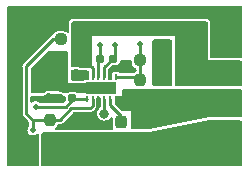
<source format=gbr>
%TF.GenerationSoftware,KiCad,Pcbnew,7.0.1-3b83917a11~172~ubuntu22.04.1*%
%TF.CreationDate,2023-05-08T21:49:57+01:00*%
%TF.ProjectId,lm27762,6c6d3237-3736-4322-9e6b-696361645f70,rev?*%
%TF.SameCoordinates,Original*%
%TF.FileFunction,Copper,L1,Top*%
%TF.FilePolarity,Positive*%
%FSLAX46Y46*%
G04 Gerber Fmt 4.6, Leading zero omitted, Abs format (unit mm)*
G04 Created by KiCad (PCBNEW 7.0.1-3b83917a11~172~ubuntu22.04.1) date 2023-05-08 21:49:57*
%MOMM*%
%LPD*%
G01*
G04 APERTURE LIST*
G04 Aperture macros list*
%AMRoundRect*
0 Rectangle with rounded corners*
0 $1 Rounding radius*
0 $2 $3 $4 $5 $6 $7 $8 $9 X,Y pos of 4 corners*
0 Add a 4 corners polygon primitive as box body*
4,1,4,$2,$3,$4,$5,$6,$7,$8,$9,$2,$3,0*
0 Add four circle primitives for the rounded corners*
1,1,$1+$1,$2,$3*
1,1,$1+$1,$4,$5*
1,1,$1+$1,$6,$7*
1,1,$1+$1,$8,$9*
0 Add four rect primitives between the rounded corners*
20,1,$1+$1,$2,$3,$4,$5,0*
20,1,$1+$1,$4,$5,$6,$7,0*
20,1,$1+$1,$6,$7,$8,$9,0*
20,1,$1+$1,$8,$9,$2,$3,0*%
G04 Aperture macros list end*
%TA.AperFunction,SMDPad,CuDef*%
%ADD10RoundRect,0.237500X-0.300000X-0.237500X0.300000X-0.237500X0.300000X0.237500X-0.300000X0.237500X0*%
%TD*%
%TA.AperFunction,SMDPad,CuDef*%
%ADD11R,0.250000X0.500000*%
%TD*%
%TA.AperFunction,ComponentPad*%
%ADD12C,0.600000*%
%TD*%
%TA.AperFunction,SMDPad,CuDef*%
%ADD13R,2.650000X1.000000*%
%TD*%
%TA.AperFunction,SMDPad,CuDef*%
%ADD14RoundRect,0.237500X0.237500X-0.250000X0.237500X0.250000X-0.237500X0.250000X-0.237500X-0.250000X0*%
%TD*%
%TA.AperFunction,SMDPad,CuDef*%
%ADD15C,0.500000*%
%TD*%
%TA.AperFunction,SMDPad,CuDef*%
%ADD16RoundRect,0.237500X-0.250000X-0.237500X0.250000X-0.237500X0.250000X0.237500X-0.250000X0.237500X0*%
%TD*%
%TA.AperFunction,SMDPad,CuDef*%
%ADD17RoundRect,0.237500X-0.237500X0.300000X-0.237500X-0.300000X0.237500X-0.300000X0.237500X0.300000X0*%
%TD*%
%TA.AperFunction,ComponentPad*%
%ADD18R,1.700000X1.700000*%
%TD*%
%TA.AperFunction,ComponentPad*%
%ADD19O,1.700000X1.700000*%
%TD*%
%TA.AperFunction,SMDPad,CuDef*%
%ADD20RoundRect,0.155000X0.155000X-0.212500X0.155000X0.212500X-0.155000X0.212500X-0.155000X-0.212500X0*%
%TD*%
%TA.AperFunction,SMDPad,CuDef*%
%ADD21RoundRect,0.160000X0.197500X0.160000X-0.197500X0.160000X-0.197500X-0.160000X0.197500X-0.160000X0*%
%TD*%
%TA.AperFunction,SMDPad,CuDef*%
%ADD22RoundRect,0.237500X0.237500X-0.300000X0.237500X0.300000X-0.237500X0.300000X-0.237500X-0.300000X0*%
%TD*%
%TA.AperFunction,SMDPad,CuDef*%
%ADD23RoundRect,0.155000X-0.212500X-0.155000X0.212500X-0.155000X0.212500X0.155000X-0.212500X0.155000X0*%
%TD*%
%TA.AperFunction,ViaPad*%
%ADD24C,0.800000*%
%TD*%
%TA.AperFunction,Conductor*%
%ADD25C,0.250000*%
%TD*%
%TA.AperFunction,Conductor*%
%ADD26C,0.700000*%
%TD*%
G04 APERTURE END LIST*
D10*
%TO.P,CO1,1*%
%TO.N,GND*%
X112829000Y-61087000D03*
%TO.P,CO1,2*%
%TO.N,/VOUT+*%
X114554000Y-61087000D03*
%TD*%
D11*
%TO.P,U1,1,PGOOD*%
%TO.N,Net-(U1-PGOOD)*%
X114959000Y-64516000D03*
%TO.P,U1,2,FB+*%
%TO.N,/fb+*%
X115459000Y-64516000D03*
%TO.P,U1,3,VIN*%
%TO.N,/VIN*%
X115959000Y-64516000D03*
%TO.P,U1,4,GND*%
%TO.N,GND*%
X116459000Y-64516000D03*
%TO.P,U1,5,CP*%
%TO.N,Net-(U1-CP)*%
X116959000Y-64516000D03*
%TO.P,U1,6,OUT-*%
%TO.N,/VOUT-*%
X117459000Y-64516000D03*
%TO.P,U1,7,FB-*%
%TO.N,/fb-*%
X117459000Y-62616000D03*
%TO.P,U1,8,EN-*%
%TO.N,/VIN*%
X116959000Y-62616000D03*
%TO.P,U1,9,C1-*%
%TO.N,Net-(U1-C1-)*%
X116459000Y-62616000D03*
%TO.P,U1,10,C1+*%
%TO.N,Net-(U1-C1+)*%
X115959000Y-62616000D03*
%TO.P,U1,11,OUT+*%
%TO.N,/VOUT+*%
X115459000Y-62616000D03*
%TO.P,U1,12,EN+*%
%TO.N,/VIN*%
X114959000Y-62616000D03*
D12*
%TO.P,U1,13,TP*%
%TO.N,GND*%
X115209000Y-63566000D03*
X116209000Y-63566000D03*
D13*
X116209000Y-63566000D03*
D12*
X117209000Y-63566000D03*
%TD*%
D14*
%TO.P,R3,1*%
%TO.N,/VOUT-*%
X119507000Y-64666500D03*
%TO.P,R3,2*%
%TO.N,/fb-*%
X119507000Y-62841500D03*
%TD*%
D15*
%TO.P,TP2,1,1*%
%TO.N,Net-(U1-C1-)*%
X117348000Y-59944000D03*
%TD*%
%TO.P,TP4,1,1*%
%TO.N,Net-(U1-PGOOD)*%
X110642400Y-65125600D03*
%TD*%
D16*
%TO.P,R4,1*%
%TO.N,/fb-*%
X119483500Y-61214000D03*
%TO.P,R4,2*%
%TO.N,GND*%
X121308500Y-61214000D03*
%TD*%
D17*
%TO.P,C1,1*%
%TO.N,/VIN*%
X115062000Y-66447500D03*
%TO.P,C1,2*%
%TO.N,GND*%
X115062000Y-68172500D03*
%TD*%
%TO.P,CO2,1*%
%TO.N,/VOUT-*%
X119507000Y-66347000D03*
%TO.P,CO2,2*%
%TO.N,GND*%
X119507000Y-68072000D03*
%TD*%
D16*
%TO.P,R1,1*%
%TO.N,/fb+*%
X112752500Y-59436000D03*
%TO.P,R1,2*%
%TO.N,/VOUT+*%
X114577500Y-59436000D03*
%TD*%
D18*
%TO.P,J1,1,Pin_1*%
%TO.N,GND*%
X126619000Y-67310000D03*
D19*
%TO.P,J1,2,Pin_2*%
%TO.N,/VOUT-*%
X126619000Y-64770000D03*
%TO.P,J1,3,Pin_3*%
%TO.N,/VOUT+*%
X126619000Y-62230000D03*
%TO.P,J1,4,Pin_4*%
%TO.N,/VIN*%
X126619000Y-59690000D03*
%TD*%
D20*
%TO.P,C2,1*%
%TO.N,GND*%
X116459000Y-67810000D03*
%TO.P,C2,2*%
%TO.N,/VIN*%
X116459000Y-66675000D03*
%TD*%
D15*
%TO.P,TP6,1,1*%
%TO.N,/fb+*%
X110388400Y-67106800D03*
%TD*%
D21*
%TO.P,RP1,2*%
%TO.N,/VIN*%
X112559500Y-64389000D03*
%TO.P,RP1,1*%
%TO.N,Net-(U1-PGOOD)*%
X113754500Y-64389000D03*
%TD*%
D15*
%TO.P,TP7,1,1*%
%TO.N,/fb-*%
X119507000Y-59817000D03*
%TD*%
D22*
%TO.P,CP1,1*%
%TO.N,GND*%
X117856000Y-68146000D03*
%TO.P,CP1,2*%
%TO.N,Net-(U1-CP)*%
X117856000Y-66421000D03*
%TD*%
D14*
%TO.P,R2,1*%
%TO.N,GND*%
X111835250Y-68095500D03*
%TO.P,R2,2*%
%TO.N,/fb+*%
X111835250Y-66270500D03*
%TD*%
D15*
%TO.P,TP3,1,1*%
%TO.N,Net-(U1-C1+)*%
X116078000Y-59944000D03*
%TD*%
D23*
%TO.P,CF1,1*%
%TO.N,Net-(U1-C1+)*%
X116086000Y-61087000D03*
%TO.P,CF1,2*%
%TO.N,Net-(U1-C1-)*%
X117221000Y-61087000D03*
%TD*%
D24*
%TO.N,GND*%
X121335800Y-59969400D03*
X116459000Y-65708000D03*
X121285000Y-62484000D03*
%TO.N,/VIN*%
X111760000Y-64389000D03*
X118237000Y-61722000D03*
X114046000Y-62357000D03*
X113919000Y-66421000D03*
%TD*%
D25*
%TO.N,/fb+*%
X110438250Y-66294000D02*
X110388400Y-66343850D01*
X110388400Y-66343850D02*
X110388400Y-67106800D01*
%TO.N,Net-(U1-PGOOD)*%
X110654000Y-65114000D02*
X113175250Y-65114000D01*
X113175250Y-65114000D02*
X113773250Y-64516000D01*
X113773250Y-64516000D02*
X114959000Y-64516000D01*
%TO.N,/fb+*%
X110438250Y-66294000D02*
X109855000Y-65710750D01*
X109855000Y-61722000D02*
X112141000Y-59436000D01*
X109855000Y-65710750D02*
X109855000Y-61722000D01*
X112141000Y-59436000D02*
X112752500Y-59436000D01*
%TO.N,/VIN*%
X113919000Y-66421000D02*
X113945500Y-66447500D01*
X113945500Y-66447500D02*
X115062000Y-66447500D01*
%TO.N,/fb+*%
X115459000Y-64516000D02*
X115459000Y-65041000D01*
X115459000Y-65041000D02*
X115222000Y-65278000D01*
X115222000Y-65278000D02*
X113665000Y-65278000D01*
X113665000Y-65278000D02*
X112672500Y-66270500D01*
X112672500Y-66270500D02*
X111835250Y-66270500D01*
%TO.N,/VOUT+*%
X115459000Y-62616000D02*
X115459000Y-61865000D01*
X115459000Y-61865000D02*
X114681000Y-61087000D01*
X114681000Y-61087000D02*
X114554000Y-61087000D01*
%TO.N,Net-(U1-C1+)*%
X115959000Y-62616000D02*
X115959000Y-61146500D01*
X116018500Y-61087000D02*
X116078000Y-61027500D01*
X116078000Y-61027500D02*
X116078000Y-59944000D01*
X115959000Y-61146500D02*
X116018500Y-61087000D01*
%TO.N,Net-(U1-C1-)*%
X116459000Y-61781500D02*
X117153500Y-61087000D01*
X117348000Y-60892500D02*
X117348000Y-59944000D01*
X117153500Y-61087000D02*
X117348000Y-60892500D01*
X116459000Y-62616000D02*
X116459000Y-61781500D01*
%TO.N,GND*%
X116459000Y-65708000D02*
X116459000Y-64516000D01*
%TO.N,Net-(U1-CP)*%
X116959000Y-65016000D02*
X117856000Y-65913000D01*
X117856000Y-65913000D02*
X117856000Y-66421000D01*
X116959000Y-64516000D02*
X116959000Y-65016000D01*
%TO.N,/VIN*%
X115062000Y-66079695D02*
X115062000Y-66447500D01*
X116959000Y-62616000D02*
X116959000Y-62091000D01*
X117328000Y-61722000D02*
X118237000Y-61722000D01*
X114959000Y-62616000D02*
X114305000Y-62616000D01*
X114305000Y-62616000D02*
X114046000Y-62357000D01*
X115959000Y-65182695D02*
X115062000Y-66079695D01*
D26*
X112559500Y-64389000D02*
X111760000Y-64389000D01*
D25*
X115959000Y-64516000D02*
X115959000Y-65182695D01*
X116959000Y-62091000D02*
X117328000Y-61722000D01*
%TO.N,/fb-*%
X119281500Y-62616000D02*
X119507000Y-62841500D01*
D26*
X119507000Y-61190500D02*
X119483500Y-61214000D01*
D25*
X117459000Y-62616000D02*
X119281500Y-62616000D01*
X119507000Y-62841500D02*
X119507000Y-61237500D01*
X119507000Y-61190500D02*
X119507000Y-59817000D01*
%TO.N,/fb+*%
X110438250Y-66294000D02*
X111811750Y-66294000D01*
%TD*%
%TA.AperFunction,Conductor*%
%TO.N,GND*%
G36*
X128034500Y-66310613D02*
G01*
X128079887Y-66356000D01*
X128096500Y-66418000D01*
X128096500Y-70060500D01*
X128079887Y-70122500D01*
X128034500Y-70167887D01*
X127972500Y-70184500D01*
X111249000Y-70184500D01*
X111187000Y-70167887D01*
X111141613Y-70122500D01*
X111125000Y-70060500D01*
X111125000Y-67434000D01*
X111141613Y-67372000D01*
X111187000Y-67326613D01*
X111249000Y-67310000D01*
X120269000Y-67310000D01*
X125336960Y-66296408D01*
X125361278Y-66294000D01*
X127972500Y-66294000D01*
X128034500Y-66310613D01*
G37*
%TD.AperFunction*%
%TD*%
%TA.AperFunction,Conductor*%
%TO.N,GND*%
G36*
X122112000Y-59452613D02*
G01*
X122157387Y-59498000D01*
X122174000Y-59560000D01*
X122174000Y-63249000D01*
X122157387Y-63311000D01*
X122112000Y-63356387D01*
X122050000Y-63373000D01*
X120647000Y-63373000D01*
X120585000Y-63356387D01*
X120539613Y-63311000D01*
X120523000Y-63249000D01*
X120523000Y-59560000D01*
X120539613Y-59498000D01*
X120585000Y-59452613D01*
X120647000Y-59436000D01*
X122050000Y-59436000D01*
X122112000Y-59452613D01*
G37*
%TD.AperFunction*%
%TD*%
%TA.AperFunction,Conductor*%
%TO.N,/VIN*%
G36*
X128034500Y-56578113D02*
G01*
X128079887Y-56623500D01*
X128096500Y-56685500D01*
X128096500Y-60884500D01*
X128079887Y-60946500D01*
X128034500Y-60991887D01*
X127972500Y-61008500D01*
X125551500Y-61008500D01*
X125489500Y-60991887D01*
X125444113Y-60946500D01*
X125427500Y-60884500D01*
X125427500Y-58035999D01*
X125420498Y-57982813D01*
X125420498Y-57982812D01*
X125403885Y-57920812D01*
X125383355Y-57871250D01*
X125350697Y-57828690D01*
X125350695Y-57828688D01*
X125350692Y-57828684D01*
X125305315Y-57783307D01*
X125305310Y-57783303D01*
X125262750Y-57750645D01*
X125262746Y-57750643D01*
X125213192Y-57730116D01*
X125151186Y-57713501D01*
X125098001Y-57706500D01*
X125098000Y-57706500D01*
X113789000Y-57706500D01*
X113788999Y-57706500D01*
X113735813Y-57713501D01*
X113673807Y-57730116D01*
X113624253Y-57750643D01*
X113581684Y-57783307D01*
X113536307Y-57828684D01*
X113503643Y-57871253D01*
X113483116Y-57920807D01*
X113466501Y-57982813D01*
X113459500Y-58035999D01*
X113459500Y-58745779D01*
X113441106Y-58810766D01*
X113391382Y-58856473D01*
X113325079Y-58869340D01*
X113261867Y-58845550D01*
X113209476Y-58806884D01*
X113151296Y-58786526D01*
X113084849Y-58763275D01*
X113084847Y-58763274D01*
X113084845Y-58763274D01*
X113055260Y-58760500D01*
X113055256Y-58760500D01*
X112449744Y-58760500D01*
X112449740Y-58760500D01*
X112420154Y-58763274D01*
X112295521Y-58806885D01*
X112189288Y-58885288D01*
X112110885Y-58991521D01*
X112088365Y-59055881D01*
X112066803Y-59094044D01*
X112033310Y-59122321D01*
X112029488Y-59124527D01*
X112002192Y-59135832D01*
X111970378Y-59158107D01*
X111961261Y-59163915D01*
X111928545Y-59182804D01*
X111904262Y-59211743D01*
X111896956Y-59219715D01*
X109638714Y-61477958D01*
X109630741Y-61485264D01*
X109601806Y-61509544D01*
X109582914Y-61542264D01*
X109577106Y-61551380D01*
X109554831Y-61583193D01*
X109544597Y-61607899D01*
X109537852Y-61646148D01*
X109535512Y-61656704D01*
X109525735Y-61693192D01*
X109529028Y-61730820D01*
X109529500Y-61741628D01*
X109529500Y-65691122D01*
X109529028Y-65701930D01*
X109525735Y-65739557D01*
X109535512Y-65776046D01*
X109537853Y-65786602D01*
X109544599Y-65824857D01*
X109554829Y-65849553D01*
X109555446Y-65850434D01*
X109577112Y-65881377D01*
X109582915Y-65890486D01*
X109601806Y-65923205D01*
X109630742Y-65947485D01*
X109638718Y-65954794D01*
X110026581Y-66342657D01*
X110053461Y-66382885D01*
X110062900Y-66430338D01*
X110062900Y-66748265D01*
X110055082Y-66791599D01*
X110032614Y-66829466D01*
X110028937Y-66833710D01*
X110005517Y-66860738D01*
X109951702Y-66978573D01*
X109933267Y-67106799D01*
X109951702Y-67235026D01*
X110005518Y-67352864D01*
X110090350Y-67450766D01*
X110090351Y-67450767D01*
X110099118Y-67456401D01*
X110199331Y-67520805D01*
X110323627Y-67557300D01*
X110323628Y-67557300D01*
X110453172Y-67557300D01*
X110453173Y-67557300D01*
X110577468Y-67520805D01*
X110606158Y-67502366D01*
X110686449Y-67450767D01*
X110698558Y-67436791D01*
X110701787Y-67433066D01*
X110750511Y-67398717D01*
X110809635Y-67391076D01*
X110865491Y-67411909D01*
X110905170Y-67456401D01*
X110919500Y-67514268D01*
X110919500Y-70060500D01*
X110902887Y-70122500D01*
X110857500Y-70167887D01*
X110795500Y-70184500D01*
X108374500Y-70184500D01*
X108312500Y-70167887D01*
X108267113Y-70122500D01*
X108250500Y-70060500D01*
X108250500Y-56685500D01*
X108267113Y-56623500D01*
X108312500Y-56578113D01*
X108374500Y-56561500D01*
X127972500Y-56561500D01*
X128034500Y-56578113D01*
G37*
%TD.AperFunction*%
%TA.AperFunction,Conductor*%
G36*
X116071500Y-64283113D02*
G01*
X116116887Y-64328500D01*
X116133500Y-64390500D01*
X116133500Y-65139701D01*
X116120712Y-65194545D01*
X116084986Y-65238077D01*
X116030717Y-65279718D01*
X115934463Y-65405159D01*
X115873956Y-65551237D01*
X115853317Y-65708000D01*
X115873956Y-65864762D01*
X115934463Y-66010840D01*
X116030717Y-66136282D01*
X116156158Y-66232535D01*
X116156159Y-66232536D01*
X116302238Y-66293044D01*
X116459000Y-66313682D01*
X116615762Y-66293044D01*
X116761841Y-66232536D01*
X116887282Y-66136282D01*
X116958123Y-66043959D01*
X117006064Y-66006165D01*
X117066229Y-65995827D01*
X117124035Y-66015450D01*
X117165473Y-66060277D01*
X117180500Y-66119445D01*
X117180500Y-66773760D01*
X117183274Y-66803349D01*
X117230932Y-66939545D01*
X117236673Y-66997834D01*
X117215021Y-67052255D01*
X117170805Y-67090667D01*
X117113891Y-67104500D01*
X112395887Y-67104500D01*
X112336312Y-67089251D01*
X112291390Y-67047255D01*
X112272168Y-66988841D01*
X112283375Y-66928376D01*
X112322253Y-66880730D01*
X112385962Y-66833710D01*
X112464365Y-66727477D01*
X112480454Y-66681500D01*
X112481312Y-66679045D01*
X112507455Y-66635659D01*
X112548767Y-66606346D01*
X112598354Y-66596000D01*
X112652873Y-66596000D01*
X112663680Y-66596471D01*
X112701307Y-66599764D01*
X112737824Y-66589978D01*
X112748330Y-66587649D01*
X112785545Y-66581088D01*
X112785547Y-66581086D01*
X112786612Y-66580899D01*
X112811299Y-66570673D01*
X112812182Y-66570054D01*
X112812184Y-66570054D01*
X112843125Y-66548387D01*
X112852222Y-66542591D01*
X112884955Y-66523694D01*
X112909248Y-66494741D01*
X112916535Y-66486789D01*
X113763506Y-65639819D01*
X113803735Y-65612939D01*
X113851188Y-65603500D01*
X115202373Y-65603500D01*
X115213180Y-65603971D01*
X115250807Y-65607264D01*
X115287324Y-65597478D01*
X115297830Y-65595149D01*
X115335045Y-65588588D01*
X115335047Y-65588586D01*
X115336112Y-65588399D01*
X115360799Y-65578173D01*
X115361682Y-65577554D01*
X115361684Y-65577554D01*
X115392625Y-65555887D01*
X115401722Y-65550091D01*
X115434455Y-65531194D01*
X115458748Y-65502241D01*
X115466036Y-65494288D01*
X115675290Y-65285034D01*
X115683258Y-65277734D01*
X115712192Y-65253457D01*
X115712192Y-65253456D01*
X115712194Y-65253455D01*
X115731091Y-65220722D01*
X115736887Y-65211625D01*
X115758554Y-65180684D01*
X115758554Y-65180682D01*
X115759173Y-65179799D01*
X115769399Y-65155112D01*
X115769586Y-65154047D01*
X115769588Y-65154045D01*
X115776149Y-65116830D01*
X115778478Y-65106324D01*
X115788264Y-65069807D01*
X115784971Y-65032176D01*
X115784500Y-65021370D01*
X115784500Y-64390500D01*
X115801113Y-64328500D01*
X115846500Y-64283113D01*
X115908500Y-64266500D01*
X116009500Y-64266500D01*
X116071500Y-64283113D01*
G37*
%TD.AperFunction*%
%TA.AperFunction,Conductor*%
G36*
X111846930Y-64002034D02*
G01*
X111878196Y-64010412D01*
X111898726Y-64018917D01*
X111937279Y-64030612D01*
X111984732Y-64040051D01*
X112024823Y-64044000D01*
X112589874Y-64044000D01*
X112623327Y-64048597D01*
X112670383Y-64061782D01*
X112697845Y-64067488D01*
X112731299Y-64072086D01*
X112759280Y-64074000D01*
X112764173Y-64074000D01*
X112818625Y-64086596D01*
X112829725Y-64092022D01*
X112859413Y-64113219D01*
X112859488Y-64113128D01*
X112860841Y-64114238D01*
X112862944Y-64115739D01*
X112864195Y-64116991D01*
X112895334Y-64142547D01*
X112935562Y-64169427D01*
X112978958Y-64187402D01*
X113009643Y-64200113D01*
X113049956Y-64208131D01*
X113057095Y-64209551D01*
X113084653Y-64212265D01*
X113141390Y-64232565D01*
X113181858Y-64277214D01*
X113196500Y-64335668D01*
X113196500Y-64581059D01*
X113187061Y-64628511D01*
X113160182Y-64668739D01*
X113076743Y-64752180D01*
X113036514Y-64779061D01*
X112989061Y-64788500D01*
X110987544Y-64788500D01*
X110952609Y-64783477D01*
X110920504Y-64768815D01*
X110831468Y-64711594D01*
X110707173Y-64675100D01*
X110707172Y-64675100D01*
X110577628Y-64675100D01*
X110577627Y-64675100D01*
X110453331Y-64711594D01*
X110371540Y-64764160D01*
X110308926Y-64783766D01*
X110245073Y-64768677D01*
X110197858Y-64723119D01*
X110180500Y-64659845D01*
X110180500Y-64331263D01*
X110199920Y-64264638D01*
X110252096Y-64218881D01*
X110320684Y-64208324D01*
X110360000Y-64213500D01*
X111234284Y-64213500D01*
X111234287Y-64213500D01*
X111280952Y-64208132D01*
X111335796Y-64195344D01*
X111355054Y-64188452D01*
X111380022Y-64179519D01*
X111413339Y-64158037D01*
X111419501Y-64154064D01*
X111449388Y-64129534D01*
X111452535Y-64127035D01*
X111547845Y-64053902D01*
X111575877Y-64037719D01*
X111641800Y-64010413D01*
X111673062Y-64002035D01*
X111743821Y-63992720D01*
X111776179Y-63992720D01*
X111846930Y-64002034D01*
G37*
%TD.AperFunction*%
%TA.AperFunction,Conductor*%
G36*
X114132936Y-61970035D02*
G01*
X114164190Y-61978409D01*
X114285283Y-62028568D01*
X114289229Y-62029352D01*
X114304892Y-62033546D01*
X114339165Y-62045179D01*
X114379017Y-62051757D01*
X114412484Y-62054500D01*
X115009500Y-62054500D01*
X115071500Y-62071113D01*
X115116887Y-62116500D01*
X115133500Y-62178500D01*
X115133500Y-62741500D01*
X115116887Y-62803500D01*
X115071500Y-62848887D01*
X115009500Y-62865500D01*
X114864251Y-62865500D01*
X114805768Y-62877133D01*
X114782618Y-62892602D01*
X114749722Y-62908161D01*
X114713727Y-62913500D01*
X113740500Y-62913500D01*
X113678500Y-62896887D01*
X113633113Y-62851500D01*
X113616500Y-62789500D01*
X113616500Y-62130623D01*
X113628733Y-62076918D01*
X113663020Y-62033810D01*
X113712594Y-62009804D01*
X113741465Y-62009716D01*
X113741412Y-62007549D01*
X113756700Y-62007173D01*
X113756704Y-62007174D01*
X113807001Y-62005938D01*
X113866605Y-61997096D01*
X113870024Y-61996150D01*
X113909133Y-61985327D01*
X113915092Y-61983678D01*
X113927806Y-61978411D01*
X113959065Y-61970034D01*
X114029819Y-61960720D01*
X114062177Y-61960720D01*
X114132936Y-61970035D01*
G37*
%TD.AperFunction*%
%TA.AperFunction,Conductor*%
G36*
X118733500Y-61230613D02*
G01*
X118778887Y-61276000D01*
X118795500Y-61338000D01*
X118795500Y-61504260D01*
X118798274Y-61533845D01*
X118798274Y-61533847D01*
X118798275Y-61533849D01*
X118824556Y-61608955D01*
X118841885Y-61658478D01*
X118920288Y-61764711D01*
X119026522Y-61843115D01*
X119026525Y-61843116D01*
X119098455Y-61868285D01*
X119141841Y-61894428D01*
X119171154Y-61935740D01*
X119181500Y-61985327D01*
X119181500Y-62070270D01*
X119171154Y-62119856D01*
X119141842Y-62161168D01*
X119098456Y-62187311D01*
X119062525Y-62199883D01*
X118972573Y-62266271D01*
X118937698Y-62284287D01*
X118898940Y-62290500D01*
X117840971Y-62290500D01*
X117782518Y-62275859D01*
X117737870Y-62235392D01*
X117728553Y-62221448D01*
X117662230Y-62177132D01*
X117603749Y-62165500D01*
X117603748Y-62165500D01*
X117314252Y-62165500D01*
X117314251Y-62165500D01*
X117255769Y-62177132D01*
X117189447Y-62221447D01*
X117145132Y-62287769D01*
X117133500Y-62346251D01*
X117133500Y-62741500D01*
X117116887Y-62803500D01*
X117071500Y-62848887D01*
X117009500Y-62865500D01*
X116908500Y-62865500D01*
X116846500Y-62848887D01*
X116801113Y-62803500D01*
X116784500Y-62741500D01*
X116784500Y-61967688D01*
X116793939Y-61920235D01*
X116820819Y-61880007D01*
X117067008Y-61633819D01*
X117107236Y-61606939D01*
X117154689Y-61597500D01*
X117467239Y-61597500D01*
X117467242Y-61597500D01*
X117536340Y-61587433D01*
X117642929Y-61535324D01*
X117726824Y-61451429D01*
X117778933Y-61344840D01*
X117779930Y-61338000D01*
X117782535Y-61320122D01*
X117804322Y-61265946D01*
X117848488Y-61227749D01*
X117905239Y-61214000D01*
X118671500Y-61214000D01*
X118733500Y-61230613D01*
G37*
%TD.AperFunction*%
%TD*%
%TA.AperFunction,Conductor*%
%TO.N,/VOUT-*%
G36*
X128034500Y-63643613D02*
G01*
X128079887Y-63689000D01*
X128096500Y-63751000D01*
X128096500Y-65916000D01*
X128079887Y-65978000D01*
X128034500Y-66023387D01*
X127972500Y-66040000D01*
X125349000Y-66040000D01*
X120281040Y-67053592D01*
X120256722Y-67056000D01*
X118869000Y-67056000D01*
X118807000Y-67039387D01*
X118761613Y-66994000D01*
X118745000Y-66932000D01*
X118745000Y-65532000D01*
X118034362Y-65532000D01*
X117986909Y-65522561D01*
X117946681Y-65495681D01*
X117384319Y-64933319D01*
X117357439Y-64893091D01*
X117348000Y-64845638D01*
X117348000Y-64390500D01*
X117364613Y-64328500D01*
X117410000Y-64283113D01*
X117472000Y-64266500D01*
X117553749Y-64266500D01*
X117564391Y-64264383D01*
X117588583Y-64262000D01*
X117983000Y-64262000D01*
X117983000Y-63751000D01*
X117999613Y-63689000D01*
X118045000Y-63643613D01*
X118107000Y-63627000D01*
X127972500Y-63627000D01*
X128034500Y-63643613D01*
G37*
%TD.AperFunction*%
%TD*%
%TA.AperFunction,Conductor*%
%TO.N,GND*%
G36*
X113349000Y-60468613D02*
G01*
X113394387Y-60514000D01*
X113411000Y-60576000D01*
X113411000Y-63119000D01*
X115065000Y-63119000D01*
X115127000Y-63135613D01*
X115172387Y-63181000D01*
X115189000Y-63243000D01*
X115189000Y-63884000D01*
X115172387Y-63946000D01*
X115127000Y-63991387D01*
X115065000Y-64008000D01*
X114292186Y-64008000D01*
X114244733Y-63998561D01*
X114204505Y-63971681D01*
X114164375Y-63931551D01*
X114056287Y-63878709D01*
X114038768Y-63876156D01*
X113986215Y-63868500D01*
X113986212Y-63868500D01*
X113522787Y-63868500D01*
X113452713Y-63878709D01*
X113344624Y-63931551D01*
X113304495Y-63971681D01*
X113264267Y-63998561D01*
X113216814Y-64008000D01*
X113097186Y-64008000D01*
X113049733Y-63998561D01*
X113009505Y-63971681D01*
X112969375Y-63931551D01*
X112861287Y-63878709D01*
X112843768Y-63876156D01*
X112791215Y-63868500D01*
X112791212Y-63868500D01*
X112759280Y-63868500D01*
X112725826Y-63863902D01*
X112635165Y-63838500D01*
X112635164Y-63838500D01*
X112024823Y-63838500D01*
X111977370Y-63829061D01*
X111916761Y-63803955D01*
X111760000Y-63783317D01*
X111603237Y-63803956D01*
X111457159Y-63864463D01*
X111323170Y-63967276D01*
X111289131Y-63995212D01*
X111234287Y-64008000D01*
X110360000Y-64008000D01*
X110298000Y-63991387D01*
X110252613Y-63946000D01*
X110236000Y-63884000D01*
X110236000Y-61900362D01*
X110245439Y-61852909D01*
X110272319Y-61812681D01*
X111596681Y-60488319D01*
X111636909Y-60461439D01*
X111684362Y-60452000D01*
X113287000Y-60452000D01*
X113349000Y-60468613D01*
G37*
%TD.AperFunction*%
%TD*%
%TA.AperFunction,Conductor*%
%TO.N,/VOUT+*%
G36*
X125160000Y-57928613D02*
G01*
X125205387Y-57974000D01*
X125222000Y-58036000D01*
X125222000Y-61214000D01*
X127972500Y-61214000D01*
X128034500Y-61230613D01*
X128079887Y-61276000D01*
X128096500Y-61338000D01*
X128096500Y-63249000D01*
X128079887Y-63311000D01*
X128034500Y-63356387D01*
X127972500Y-63373000D01*
X122552000Y-63373000D01*
X122490000Y-63356387D01*
X122444613Y-63311000D01*
X122428000Y-63249000D01*
X122428000Y-59182000D01*
X115443000Y-59182000D01*
X115443000Y-61725000D01*
X115426387Y-61787000D01*
X115381000Y-61832387D01*
X115319000Y-61849000D01*
X114412484Y-61849000D01*
X114372632Y-61842422D01*
X114364243Y-61837939D01*
X114363924Y-61838711D01*
X114202762Y-61771956D01*
X114046000Y-61751317D01*
X113889239Y-61771955D01*
X113865228Y-61781900D01*
X113836450Y-61793821D01*
X113776846Y-61802663D01*
X113720109Y-61782362D01*
X113679642Y-61737713D01*
X113665000Y-61679260D01*
X113665000Y-58036000D01*
X113681613Y-57974000D01*
X113727000Y-57928613D01*
X113789000Y-57912000D01*
X125098000Y-57912000D01*
X125160000Y-57928613D01*
G37*
%TD.AperFunction*%
%TD*%
M02*

</source>
